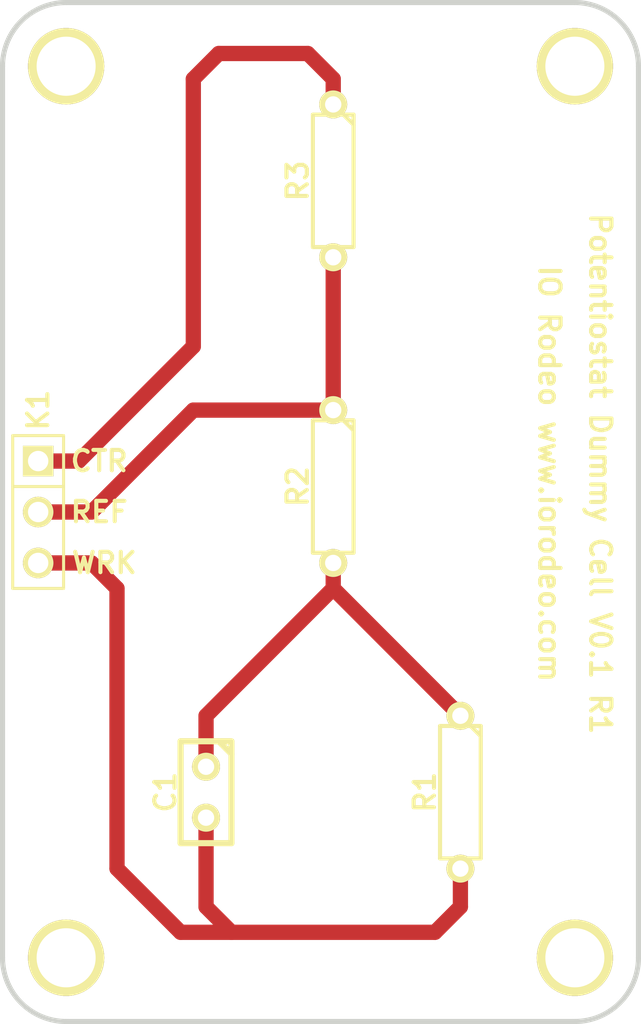
<source format=kicad_pcb>
(kicad_pcb (version 3) (host pcbnew "(2013-jul-07)-stable")

  (general
    (links 7)
    (no_connects 0)
    (area 0 0 0 0)
    (thickness 1.6)
    (drawings 13)
    (tracks 25)
    (zones 0)
    (modules 9)
    (nets 5)
  )

  (page A3)
  (layers
    (15 F.Cu signal)
    (0 B.Cu signal)
    (16 B.Adhes user)
    (17 F.Adhes user)
    (18 B.Paste user)
    (19 F.Paste user)
    (20 B.SilkS user)
    (21 F.SilkS user)
    (22 B.Mask user)
    (23 F.Mask user)
    (24 Dwgs.User user)
    (25 Cmts.User user)
    (26 Eco1.User user)
    (27 Eco2.User user)
    (28 Edge.Cuts user)
  )

  (setup
    (last_trace_width 0.762)
    (trace_clearance 0.254)
    (zone_clearance 0.508)
    (zone_45_only no)
    (trace_min 0.254)
    (segment_width 0.2)
    (edge_width 0.254)
    (via_size 0.889)
    (via_drill 0.635)
    (via_min_size 0.889)
    (via_min_drill 0.508)
    (uvia_size 0.508)
    (uvia_drill 0.127)
    (uvias_allowed no)
    (uvia_min_size 0.508)
    (uvia_min_drill 0.127)
    (pcb_text_width 0.2032)
    (pcb_text_size 1.016 1.016)
    (mod_edge_width 0.15)
    (mod_text_size 1.016 1.016)
    (mod_text_width 0.2032)
    (pad_size 1.5 1.5)
    (pad_drill 0.6)
    (pad_to_mask_clearance 0)
    (aux_axis_origin 0 0)
    (visible_elements FFFFFFBF)
    (pcbplotparams
      (layerselection 3178497)
      (usegerberextensions true)
      (excludeedgelayer true)
      (linewidth 0.150000)
      (plotframeref false)
      (viasonmask false)
      (mode 1)
      (useauxorigin false)
      (hpglpennumber 1)
      (hpglpenspeed 20)
      (hpglpendiameter 15)
      (hpglpenoverlay 2)
      (psnegative false)
      (psa4output false)
      (plotreference true)
      (plotvalue true)
      (plotothertext true)
      (plotinvisibletext false)
      (padsonsilk false)
      (subtractmaskfromsilk false)
      (outputformat 1)
      (mirror false)
      (drillshape 1)
      (scaleselection 1)
      (outputdirectory ""))
  )

  (net 0 "")
  (net 1 /CTR)
  (net 2 /REF)
  (net 3 /WRK)
  (net 4 N-000001)

  (net_class Default "This is the default net class."
    (clearance 0.254)
    (trace_width 0.762)
    (via_dia 0.889)
    (via_drill 0.635)
    (uvia_dia 0.508)
    (uvia_drill 0.127)
    (add_net "")
    (add_net /CTR)
    (add_net /REF)
    (add_net /WRK)
    (add_net N-000001)
  )

  (module R3 (layer F.Cu) (tedit 583326AF) (tstamp 58331F27)
    (at 92.71 85.09 270)
    (descr "Resitance 3 pas")
    (tags R)
    (path /58331C9F)
    (autoplace_cost180 10)
    (fp_text reference R3 (at 0 1.778 270) (layer F.SilkS)
      (effects (font (size 1.016 1.016) (thickness 0.2032)))
    )
    (fp_text value R (at 0 0.127 270) (layer F.SilkS) hide
      (effects (font (size 1.397 1.27) (thickness 0.2032)))
    )
    (fp_line (start -3.81 0) (end -3.302 0) (layer F.SilkS) (width 0.2032))
    (fp_line (start 3.81 0) (end 3.302 0) (layer F.SilkS) (width 0.2032))
    (fp_line (start 3.302 0) (end 3.302 -1.016) (layer F.SilkS) (width 0.2032))
    (fp_line (start 3.302 -1.016) (end -3.302 -1.016) (layer F.SilkS) (width 0.2032))
    (fp_line (start -3.302 -1.016) (end -3.302 1.016) (layer F.SilkS) (width 0.2032))
    (fp_line (start -3.302 1.016) (end 3.302 1.016) (layer F.SilkS) (width 0.2032))
    (fp_line (start 3.302 1.016) (end 3.302 0) (layer F.SilkS) (width 0.2032))
    (fp_line (start -3.302 -0.508) (end -2.794 -1.016) (layer F.SilkS) (width 0.2032))
    (pad 1 thru_hole circle (at -3.81 0 270) (size 1.397 1.397) (drill 0.8128)
      (layers *.Cu *.Mask F.SilkS)
      (net 1 /CTR)
    )
    (pad 2 thru_hole circle (at 3.81 0 270) (size 1.397 1.397) (drill 0.8128)
      (layers *.Cu *.Mask F.SilkS)
      (net 2 /REF)
    )
    (model discret/resistor.wrl
      (at (xyz 0 0 0))
      (scale (xyz 0.3 0.3 0.3))
      (rotate (xyz 0 0 0))
    )
  )

  (module R3 (layer F.Cu) (tedit 583326B8) (tstamp 58331F35)
    (at 92.71 100.33 270)
    (descr "Resitance 3 pas")
    (tags R)
    (path /58331CAE)
    (autoplace_cost180 10)
    (fp_text reference R2 (at 0 1.778 270) (layer F.SilkS)
      (effects (font (size 1.016 1.016) (thickness 0.2032)))
    )
    (fp_text value R (at 0 0.127 270) (layer F.SilkS) hide
      (effects (font (size 1.397 1.27) (thickness 0.2032)))
    )
    (fp_line (start -3.81 0) (end -3.302 0) (layer F.SilkS) (width 0.2032))
    (fp_line (start 3.81 0) (end 3.302 0) (layer F.SilkS) (width 0.2032))
    (fp_line (start 3.302 0) (end 3.302 -1.016) (layer F.SilkS) (width 0.2032))
    (fp_line (start 3.302 -1.016) (end -3.302 -1.016) (layer F.SilkS) (width 0.2032))
    (fp_line (start -3.302 -1.016) (end -3.302 1.016) (layer F.SilkS) (width 0.2032))
    (fp_line (start -3.302 1.016) (end 3.302 1.016) (layer F.SilkS) (width 0.2032))
    (fp_line (start 3.302 1.016) (end 3.302 0) (layer F.SilkS) (width 0.2032))
    (fp_line (start -3.302 -0.508) (end -2.794 -1.016) (layer F.SilkS) (width 0.2032))
    (pad 1 thru_hole circle (at -3.81 0 270) (size 1.397 1.397) (drill 0.8128)
      (layers *.Cu *.Mask F.SilkS)
      (net 2 /REF)
    )
    (pad 2 thru_hole circle (at 3.81 0 270) (size 1.397 1.397) (drill 0.8128)
      (layers *.Cu *.Mask F.SilkS)
      (net 4 N-000001)
    )
    (model discret/resistor.wrl
      (at (xyz 0 0 0))
      (scale (xyz 0.3 0.3 0.3))
      (rotate (xyz 0 0 0))
    )
  )

  (module R3 (layer F.Cu) (tedit 583326C8) (tstamp 58331F43)
    (at 99.06 115.57 270)
    (descr "Resitance 3 pas")
    (tags R)
    (path /58331CBD)
    (autoplace_cost180 10)
    (fp_text reference R1 (at 0 1.778 270) (layer F.SilkS)
      (effects (font (size 1.016 1.016) (thickness 0.2032)))
    )
    (fp_text value R (at 0 0.127 270) (layer F.SilkS) hide
      (effects (font (size 1.397 1.27) (thickness 0.2032)))
    )
    (fp_line (start -3.81 0) (end -3.302 0) (layer F.SilkS) (width 0.2032))
    (fp_line (start 3.81 0) (end 3.302 0) (layer F.SilkS) (width 0.2032))
    (fp_line (start 3.302 0) (end 3.302 -1.016) (layer F.SilkS) (width 0.2032))
    (fp_line (start 3.302 -1.016) (end -3.302 -1.016) (layer F.SilkS) (width 0.2032))
    (fp_line (start -3.302 -1.016) (end -3.302 1.016) (layer F.SilkS) (width 0.2032))
    (fp_line (start -3.302 1.016) (end 3.302 1.016) (layer F.SilkS) (width 0.2032))
    (fp_line (start 3.302 1.016) (end 3.302 0) (layer F.SilkS) (width 0.2032))
    (fp_line (start -3.302 -0.508) (end -2.794 -1.016) (layer F.SilkS) (width 0.2032))
    (pad 1 thru_hole circle (at -3.81 0 270) (size 1.397 1.397) (drill 0.8128)
      (layers *.Cu *.Mask F.SilkS)
      (net 4 N-000001)
    )
    (pad 2 thru_hole circle (at 3.81 0 270) (size 1.397 1.397) (drill 0.8128)
      (layers *.Cu *.Mask F.SilkS)
      (net 3 /WRK)
    )
    (model discret/resistor.wrl
      (at (xyz 0 0 0))
      (scale (xyz 0.3 0.3 0.3))
      (rotate (xyz 0 0 0))
    )
  )

  (module PIN_ARRAY_3X1 (layer F.Cu) (tedit 58332225) (tstamp 58331F4F)
    (at 77.978 101.6 270)
    (descr "Connecteur 3 pins")
    (tags "CONN DEV")
    (path /58331C48)
    (fp_text reference K1 (at -5.08 0 270) (layer F.SilkS)
      (effects (font (size 1.016 1.016) (thickness 0.2032)))
    )
    (fp_text value CONN_3 (at 0 -2.159 270) (layer F.SilkS) hide
      (effects (font (size 1.016 1.016) (thickness 0.1524)))
    )
    (fp_line (start -3.81 1.27) (end -3.81 -1.27) (layer F.SilkS) (width 0.1524))
    (fp_line (start -3.81 -1.27) (end 3.81 -1.27) (layer F.SilkS) (width 0.1524))
    (fp_line (start 3.81 -1.27) (end 3.81 1.27) (layer F.SilkS) (width 0.1524))
    (fp_line (start 3.81 1.27) (end -3.81 1.27) (layer F.SilkS) (width 0.1524))
    (fp_line (start -1.27 -1.27) (end -1.27 1.27) (layer F.SilkS) (width 0.1524))
    (pad 1 thru_hole rect (at -2.54 0 270) (size 1.524 1.524) (drill 1.016)
      (layers *.Cu *.Mask F.SilkS)
      (net 1 /CTR)
    )
    (pad 2 thru_hole circle (at 0 0 270) (size 1.524 1.524) (drill 1.016)
      (layers *.Cu *.Mask F.SilkS)
      (net 2 /REF)
    )
    (pad 3 thru_hole circle (at 2.54 0 270) (size 1.524 1.524) (drill 1.016)
      (layers *.Cu *.Mask F.SilkS)
      (net 3 /WRK)
    )
    (model pin_array/pins_array_3x1.wrl
      (at (xyz 0 0 0))
      (scale (xyz 1 1 1))
      (rotate (xyz 0 0 0))
    )
  )

  (module C1 (layer F.Cu) (tedit 583326BD) (tstamp 58331F5A)
    (at 86.36 115.57 270)
    (descr "Condensateur e = 1 pas")
    (tags C)
    (path /58331CCC)
    (fp_text reference C1 (at 0 2.032 270) (layer F.SilkS)
      (effects (font (size 1.016 1.016) (thickness 0.2032)))
    )
    (fp_text value C (at 0 -2.286 270) (layer F.SilkS) hide
      (effects (font (size 1.016 1.016) (thickness 0.2032)))
    )
    (fp_line (start -2.4892 -1.27) (end 2.54 -1.27) (layer F.SilkS) (width 0.3048))
    (fp_line (start 2.54 -1.27) (end 2.54 1.27) (layer F.SilkS) (width 0.3048))
    (fp_line (start 2.54 1.27) (end -2.54 1.27) (layer F.SilkS) (width 0.3048))
    (fp_line (start -2.54 1.27) (end -2.54 -1.27) (layer F.SilkS) (width 0.3048))
    (fp_line (start -2.54 -0.635) (end -1.905 -1.27) (layer F.SilkS) (width 0.3048))
    (pad 1 thru_hole circle (at -1.27 0 270) (size 1.397 1.397) (drill 0.8128)
      (layers *.Cu *.Mask F.SilkS)
      (net 4 N-000001)
    )
    (pad 2 thru_hole circle (at 1.27 0 270) (size 1.397 1.397) (drill 0.8128)
      (layers *.Cu *.Mask F.SilkS)
      (net 3 /WRK)
    )
    (model discret/capa_1_pas.wrl
      (at (xyz 0 0 0))
      (scale (xyz 1 1 1))
      (rotate (xyz 0 0 0))
    )
  )

  (module 4-40 (layer F.Cu) (tedit 553F33C9) (tstamp 583322D2)
    (at 79.375 79.375)
    (fp_text reference 4-40 (at 0 -3.1) (layer F.SilkS) hide
      (effects (font (size 1 1) (thickness 0.15)))
    )
    (fp_text value VAL** (at 0 3.4) (layer F.SilkS) hide
      (effects (font (size 1 1) (thickness 0.15)))
    )
    (pad "" thru_hole circle (at 0 0) (size 3.81 3.81) (drill 2.9464)
      (layers *.Cu *.Mask F.SilkS)
    )
  )

  (module 4-40 (layer F.Cu) (tedit 553F33C9) (tstamp 583322DB)
    (at 104.775 79.375)
    (fp_text reference 4-40 (at 0 -3.1) (layer F.SilkS) hide
      (effects (font (size 1 1) (thickness 0.15)))
    )
    (fp_text value VAL** (at 0 3.4) (layer F.SilkS) hide
      (effects (font (size 1 1) (thickness 0.15)))
    )
    (pad "" thru_hole circle (at 0 0) (size 3.81 3.81) (drill 2.9464)
      (layers *.Cu *.Mask F.SilkS)
    )
  )

  (module 4-40 (layer F.Cu) (tedit 553F33C9) (tstamp 58332345)
    (at 104.775 123.825)
    (fp_text reference 4-40 (at 0 -3.1) (layer F.SilkS) hide
      (effects (font (size 1 1) (thickness 0.15)))
    )
    (fp_text value VAL** (at 0 3.4) (layer F.SilkS) hide
      (effects (font (size 1 1) (thickness 0.15)))
    )
    (pad "" thru_hole circle (at 0 0) (size 3.81 3.81) (drill 2.9464)
      (layers *.Cu *.Mask F.SilkS)
    )
  )

  (module 4-40 (layer F.Cu) (tedit 553F33C9) (tstamp 5833234E)
    (at 79.375 123.825)
    (fp_text reference 4-40 (at 0 -3.1) (layer F.SilkS) hide
      (effects (font (size 1 1) (thickness 0.15)))
    )
    (fp_text value VAL** (at 0 3.4) (layer F.SilkS) hide
      (effects (font (size 1 1) (thickness 0.15)))
    )
    (pad "" thru_hole circle (at 0 0) (size 3.81 3.81) (drill 2.9464)
      (layers *.Cu *.Mask F.SilkS)
    )
  )

  (gr_text WRK (at 81.28 104.14) (layer F.SilkS)
    (effects (font (size 1.016 1.016) (thickness 0.2032)))
  )
  (gr_text REF (at 81.026 101.6) (layer F.SilkS)
    (effects (font (size 1.016 1.016) (thickness 0.2032)))
  )
  (gr_text CTR (at 81.026 99.06) (layer F.SilkS)
    (effects (font (size 1.016 1.016) (thickness 0.2032)))
  )
  (gr_text "IO Rodeo www.iorodeo.com" (at 103.505 99.695 270) (layer F.SilkS)
    (effects (font (size 1.016 1.016) (thickness 0.2032)))
  )
  (gr_text "Potentiostat Dummy Cell V0.1 R1" (at 106.045 99.695 270) (layer F.SilkS)
    (effects (font (size 1.016 1.016) (thickness 0.2032)))
  )
  (gr_line (start 104.775 76.2) (end 79.375 76.2) (angle 90) (layer Edge.Cuts) (width 0.254))
  (gr_line (start 107.95 123.825) (end 107.95 79.375) (angle 90) (layer Edge.Cuts) (width 0.254))
  (gr_line (start 79.375 127) (end 104.775 127) (angle 90) (layer Edge.Cuts) (width 0.254))
  (gr_line (start 76.2 79.375) (end 76.2 123.825) (angle 90) (layer Edge.Cuts) (width 0.254))
  (gr_arc (start 104.775 123.825) (end 107.95 123.825) (angle 90) (layer Edge.Cuts) (width 0.254))
  (gr_arc (start 79.375 123.825) (end 79.375 127) (angle 90) (layer Edge.Cuts) (width 0.254))
  (gr_arc (start 104.775 79.375) (end 104.775 76.2) (angle 90) (layer Edge.Cuts) (width 0.254))
  (gr_arc (start 79.375 79.375) (end 76.2 79.375) (angle 90) (layer Edge.Cuts) (width 0.254))

  (segment (start 77.978 99.06) (end 80.01 99.06) (width 0.762) (layer F.Cu) (net 1) (status 400000))
  (segment (start 92.71 80.01) (end 92.71 81.28) (width 0.762) (layer F.Cu) (net 1) (tstamp 583325B8) (status 800000))
  (segment (start 91.44 78.74) (end 92.71 80.01) (width 0.762) (layer F.Cu) (net 1) (tstamp 583325B6))
  (segment (start 86.995 78.74) (end 91.44 78.74) (width 0.762) (layer F.Cu) (net 1) (tstamp 583325B5))
  (segment (start 85.725 80.01) (end 86.995 78.74) (width 0.762) (layer F.Cu) (net 1) (tstamp 583325B3))
  (segment (start 85.725 93.345) (end 85.725 80.01) (width 0.762) (layer F.Cu) (net 1) (tstamp 583325AE))
  (segment (start 80.01 99.06) (end 85.725 93.345) (width 0.762) (layer F.Cu) (net 1) (tstamp 583325AD))
  (segment (start 92.71 96.52) (end 85.725 96.52) (width 0.762) (layer F.Cu) (net 2) (status 400000))
  (segment (start 80.645 101.6) (end 77.978 101.6) (width 0.762) (layer F.Cu) (net 2) (tstamp 583325C2) (status 800000))
  (segment (start 85.725 96.52) (end 80.645 101.6) (width 0.762) (layer F.Cu) (net 2) (tstamp 583325BE))
  (segment (start 92.71 88.9) (end 92.71 96.52) (width 0.762) (layer F.Cu) (net 2) (status C00000))
  (segment (start 87.63 122.555) (end 85.09 122.555) (width 0.762) (layer F.Cu) (net 3))
  (segment (start 80.645 104.14) (end 77.978 104.14) (width 0.762) (layer F.Cu) (net 3) (tstamp 583325E8) (status 800000))
  (segment (start 81.915 105.41) (end 80.645 104.14) (width 0.762) (layer F.Cu) (net 3) (tstamp 583325E7))
  (segment (start 81.915 119.38) (end 81.915 105.41) (width 0.762) (layer F.Cu) (net 3) (tstamp 583325E4))
  (segment (start 85.09 122.555) (end 81.915 119.38) (width 0.762) (layer F.Cu) (net 3) (tstamp 583325E3))
  (segment (start 99.06 119.38) (end 99.06 121.285) (width 0.762) (layer F.Cu) (net 3) (status 400000))
  (segment (start 86.36 121.285) (end 86.36 116.84) (width 0.762) (layer F.Cu) (net 3) (tstamp 583325E0) (status 800000))
  (segment (start 87.63 122.555) (end 86.36 121.285) (width 0.762) (layer F.Cu) (net 3) (tstamp 583325DE))
  (segment (start 97.79 122.555) (end 87.63 122.555) (width 0.762) (layer F.Cu) (net 3) (tstamp 583325DD))
  (segment (start 99.06 121.285) (end 97.79 122.555) (width 0.762) (layer F.Cu) (net 3) (tstamp 583325DB))
  (segment (start 86.36 114.3) (end 86.36 111.76) (width 0.762) (layer F.Cu) (net 4) (status 400000))
  (segment (start 86.36 111.76) (end 92.71 105.41) (width 0.762) (layer F.Cu) (net 4) (tstamp 583325D6))
  (segment (start 92.71 104.14) (end 92.71 105.41) (width 0.762) (layer F.Cu) (net 4) (status 400000))
  (segment (start 92.71 105.41) (end 99.06 111.76) (width 0.762) (layer F.Cu) (net 4) (tstamp 583325D1) (status 800000))

)

</source>
